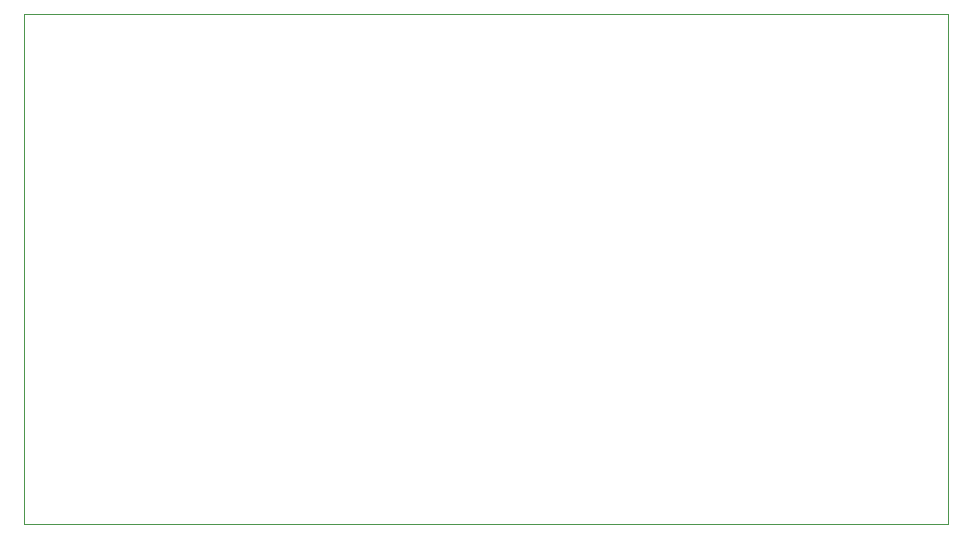
<source format=gbr>
%TF.GenerationSoftware,KiCad,Pcbnew,(6.0.10)*%
%TF.CreationDate,2023-02-04T01:48:26-05:00*%
%TF.ProjectId,lin-valve-control,6c696e2d-7661-46c7-9665-2d636f6e7472,rev?*%
%TF.SameCoordinates,Original*%
%TF.FileFunction,Profile,NP*%
%FSLAX46Y46*%
G04 Gerber Fmt 4.6, Leading zero omitted, Abs format (unit mm)*
G04 Created by KiCad (PCBNEW (6.0.10)) date 2023-02-04 01:48:26*
%MOMM*%
%LPD*%
G01*
G04 APERTURE LIST*
%TA.AperFunction,Profile*%
%ADD10C,0.100000*%
%TD*%
G04 APERTURE END LIST*
D10*
X152400000Y-58420000D02*
X230632000Y-58420000D01*
X152400000Y-101600000D02*
X152400000Y-58420000D01*
X230632000Y-101600000D02*
X152400000Y-101600000D01*
X230632000Y-58420000D02*
X230632000Y-101600000D01*
M02*

</source>
